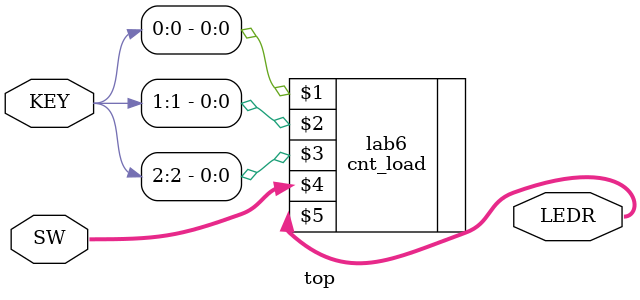
<source format=v>
module top (SW, KEY, LEDR);

    input wire [9:0] SW;        // DE-series switches
    input wire [3:0] KEY;       // DE-series pushbuttons

    output wire [9:0] LEDR;     // DE-series LEDs   

    cnt_load lab6 (KEY[0], KEY[1], KEY[2], SW, LEDR);
 
endmodule


</source>
